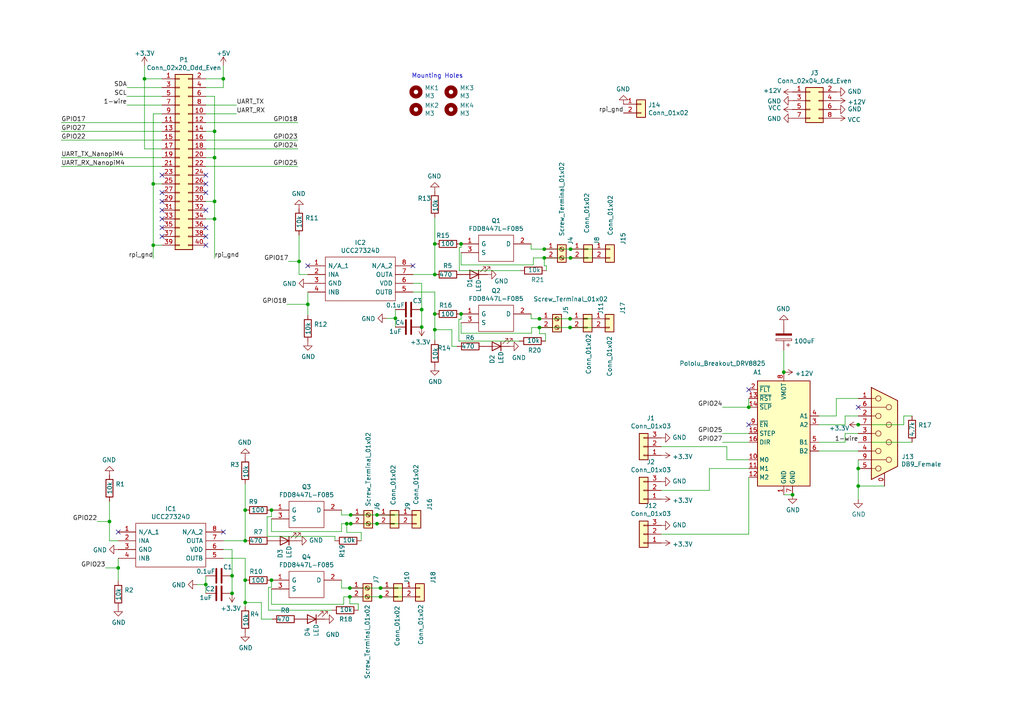
<source format=kicad_sch>
(kicad_sch (version 20230121) (generator eeschema)
  (paper "A4")
  (title_block (date "2020-10-30") (rev "3.0"))
  (lib_symbols
    (symbol "Connector:DE9_Receptacle_MountingHoles" (pin_names (offset 1.016) hide)
      (property "Reference" "J" (at 0 16.51 0))
      (property "Value" "DE9_Receptacle_MountingHoles" (at 0 14.605 0))
      (symbol "DE9_Receptacle_MountingHoles_1_1"
        (pin passive line (at 0 -15.24 90) (length 3.81) (name "PAD") (number "0"))
        (pin passive line (at -7.62 10.16 0) (length 3.81) (name "1") (number "1"))
        (pin passive line (at -7.62 5.08 0) (length 3.81) (name "2") (number "2"))
        (pin passive line (at -7.62 0 0) (length 3.81) (name "3") (number "3"))
        (pin passive line (at -7.62 -5.08 0) (length 3.81) (name "4") (number "4"))
        (pin passive line (at -7.62 -10.16 0) (length 3.81) (name "5") (number "5"))
        (pin passive line (at -7.62 7.62 0) (length 3.81) (name "6") (number "6"))
        (pin passive line (at -7.62 2.54 0) (length 3.81) (name "7") (number "7"))
        (pin passive line (at -7.62 -2.54 0) (length 3.81) (name "8") (number "8"))
        (pin passive line (at -7.62 -7.62 0) (length 3.81) (name "9") (number "9"))
      )
    )
    (symbol "Connector:Screw_Terminal_01x02" (pin_names (offset 1.016) hide)
      (property "Reference" "J" (at 0 2.54 0))
      (property "Value" "Screw_Terminal_01x02" (at 0 -5.08 0))
      (symbol "Screw_Terminal_01x02_1_1"
        (pin passive line (at -5.08 0 0) (length 3.81) (name "Pin_1") (number "1"))
        (pin passive line (at -5.08 -2.54 0) (length 3.81) (name "Pin_2") (number "2"))
      )
    )
    (symbol "Connector_Generic:Conn_01x02" (pin_names (offset 1.016) hide)
      (property "Reference" "J" (at 0 2.54 0))
      (property "Value" "Conn_01x02" (at 0 -5.08 0))
      (symbol "Conn_01x02_1_1"
        (pin passive line (at -5.08 0 0) (length 3.81) (name "Pin_1") (number "1"))
        (pin passive line (at -5.08 -2.54 0) (length 3.81) (name "Pin_2") (number "2"))
      )
    )
    (symbol "Connector_Generic:Conn_01x03" (pin_names (offset 1.016) hide)
      (property "Reference" "J" (at 0 5.08 0))
      (property "Value" "Conn_01x03" (at 0 -5.08 0))
      (symbol "Conn_01x03_1_1"
        (pin passive line (at -5.08 2.54 0) (length 3.81) (name "Pin_1") (number "1"))
        (pin passive line (at -5.08 0 0) (length 3.81) (name "Pin_2") (number "2"))
        (pin passive line (at -5.08 -2.54 0) (length 3.81) (name "Pin_3") (number "3"))
      )
    )
    (symbol "Connector_Generic:Conn_02x04_Odd_Even" (pin_names (offset 1.016) hide)
      (property "Reference" "J" (at 1.27 5.08 0))
      (property "Value" "Conn_02x04_Odd_Even" (at 1.27 -7.62 0))
      (symbol "Conn_02x04_Odd_Even_1_1"
        (pin passive line (at -5.08 2.54 0) (length 3.81) (name "Pin_1") (number "1"))
        (pin passive line (at 7.62 2.54 180) (length 3.81) (name "Pin_2") (number "2"))
        (pin passive line (at -5.08 0 0) (length 3.81) (name "Pin_3") (number "3"))
        (pin passive line (at 7.62 0 180) (length 3.81) (name "Pin_4") (number "4"))
        (pin passive line (at -5.08 -2.54 0) (length 3.81) (name "Pin_5") (number "5"))
        (pin passive line (at 7.62 -2.54 180) (length 3.81) (name "Pin_6") (number "6"))
        (pin passive line (at -5.08 -5.08 0) (length 3.81) (name "Pin_7") (number "7"))
        (pin passive line (at 7.62 -5.08 180) (length 3.81) (name "Pin_8") (number "8"))
      )
    )
    (symbol "Connector_Generic:Conn_02x20_Odd_Even" (pin_names (offset 1.016) hide)
      (property "Reference" "J" (at 1.27 25.4 0))
      (property "Value" "Conn_02x20_Odd_Even" (at 1.27 -27.94 0))
      (symbol "Conn_02x20_Odd_Even_1_1"
        (pin passive line (at -5.08 22.86 0) (length 3.81) (name "Pin_1") (number "1"))
        (pin passive line (at 7.62 12.7 180) (length 3.81) (name "Pin_10") (number "10"))
        (pin passive line (at -5.08 10.16 0) (length 3.81) (name "Pin_11") (number "11"))
        (pin passive line (at 7.62 10.16 180) (length 3.81) (name "Pin_12") (number "12"))
        (pin passive line (at -5.08 7.62 0) (length 3.81) (name "Pin_13") (number "13"))
        (pin passive line (at 7.62 7.62 180) (length 3.81) (name "Pin_14") (number "14"))
        (pin passive line (at -5.08 5.08 0) (length 3.81) (name "Pin_15") (number "15"))
        (pin passive line (at 7.62 5.08 180) (length 3.81) (name "Pin_16") (number "16"))
        (pin passive line (at -5.08 2.54 0) (length 3.81) (name "Pin_17") (number "17"))
        (pin passive line (at 7.62 2.54 180) (length 3.81) (name "Pin_18") (number "18"))
        (pin passive line (at -5.08 0 0) (length 3.81) (name "Pin_19") (number "19"))
        (pin passive line (at 7.62 22.86 180) (length 3.81) (name "Pin_2") (number "2"))
        (pin passive line (at 7.62 0 180) (length 3.81) (name "Pin_20") (number "20"))
        (pin passive line (at -5.08 -2.54 0) (length 3.81) (name "Pin_21") (number "21"))
        (pin passive line (at 7.62 -2.54 180) (length 3.81) (name "Pin_22") (number "22"))
        (pin passive line (at -5.08 -5.08 0) (length 3.81) (name "Pin_23") (number "23"))
        (pin passive line (at 7.62 -5.08 180) (length 3.81) (name "Pin_24") (number "24"))
        (pin passive line (at -5.08 -7.62 0) (length 3.81) (name "Pin_25") (number "25"))
        (pin passive line (at 7.62 -7.62 180) (length 3.81) (name "Pin_26") (number "26"))
        (pin passive line (at -5.08 -10.16 0) (length 3.81) (name "Pin_27") (number "27"))
        (pin passive line (at 7.62 -10.16 180) (length 3.81) (name "Pin_28") (number "28"))
        (pin passive line (at -5.08 -12.7 0) (length 3.81) (name "Pin_29") (number "29"))
        (pin passive line (at -5.08 20.32 0) (length 3.81) (name "Pin_3") (number "3"))
        (pin passive line (at 7.62 -12.7 180) (length 3.81) (name "Pin_30") (number "30"))
        (pin passive line (at -5.08 -15.24 0) (length 3.81) (name "Pin_31") (number "31"))
        (pin passive line (at 7.62 -15.24 180) (length 3.81) (name "Pin_32") (number "32"))
        (pin passive line (at -5.08 -17.78 0) (length 3.81) (name "Pin_33") (number "33"))
        (pin passive line (at 7.62 -17.78 180) (length 3.81) (name "Pin_34") (number "34"))
        (pin passive line (at -5.08 -20.32 0) (length 3.81) (name "Pin_35") (number "35"))
        (pin passive line (at 7.62 -20.32 180) (length 3.81) (name "Pin_36") (number "36"))
        (pin passive line (at -5.08 -22.86 0) (length 3.81) (name "Pin_37") (number "37"))
        (pin passive line (at 7.62 -22.86 180) (length 3.81) (name "Pin_38") (number "38"))
        (pin passive line (at -5.08 -25.4 0) (length 3.81) (name "Pin_39") (number "39"))
        (pin passive line (at 7.62 20.32 180) (length 3.81) (name "Pin_4") (number "4"))
        (pin passive line (at 7.62 -25.4 180) (length 3.81) (name "Pin_40") (number "40"))
        (pin passive line (at -5.08 17.78 0) (length 3.81) (name "Pin_5") (number "5"))
        (pin passive line (at 7.62 17.78 180) (length 3.81) (name "Pin_6") (number "6"))
        (pin passive line (at -5.08 15.24 0) (length 3.81) (name "Pin_7") (number "7"))
        (pin passive line (at 7.62 15.24 180) (length 3.81) (name "Pin_8") (number "8"))
        (pin passive line (at -5.08 12.7 0) (length 3.81) (name "Pin_9") (number "9"))
      )
    )
    (symbol "Device:C" (pin_numbers hide) (pin_names (offset 0.254))
      (property "Reference" "C" (at 0.635 2.54 0))
      (property "Value" "C" (at 0.635 -2.54 0))
      (symbol "C_1_1"
        (pin passive line (at 0 3.81 270) (length 2.794) (name "~") (number "1"))
        (pin passive line (at 0 -3.81 90) (length 2.794) (name "~") (number "2"))
      )
    )
    (symbol "Device:C_Polarized" (pin_numbers hide) (pin_names (offset 0.254))
      (property "Reference" "C" (at 0.635 2.54 0))
      (property "Value" "C_Polarized" (at 0.635 -2.54 0))
      (symbol "C_Polarized_1_1"
        (pin passive line (at 0 3.81 270) (length 2.794) (name "~") (number "1"))
        (pin passive line (at 0 -3.81 90) (length 2.794) (name "~") (number "2"))
      )
    )
    (symbol "Device:LED" (pin_numbers hide) (pin_names (offset 1.016) hide)
      (property "Reference" "D" (at 0 2.54 0))
      (property "Value" "LED" (at 0 -2.54 0))
      (symbol "LED_1_1"
        (pin passive line (at -3.81 0 0) (length 2.54) (name "K") (number "1"))
        (pin passive line (at 3.81 0 180) (length 2.54) (name "A") (number "2"))
      )
    )
    (symbol "Device:R" (pin_numbers hide) (pin_names (offset 0))
      (property "Reference" "R" (at 2.032 0 90))
      (property "Value" "R" (at 0 0 90))
      (symbol "R_1_1"
        (pin passive line (at 0 3.81 270) (length 1.27) (name "~") (number "1"))
        (pin passive line (at 0 -3.81 90) (length 1.27) (name "~") (number "2"))
      )
    )
    (symbol "Driver_Motor:Pololu_Breakout_DRV8825"
      (property "Reference" "A" (at -2.54 16.51 0))
      (property "Value" "Pololu_Breakout_DRV8825" (at -2.54 13.97 0))
      (symbol "Pololu_Breakout_DRV8825_1_1"
        (pin power_in line (at 0 -20.32 90) (length 2.54) (name "GND") (number "1"))
        (pin input line (at -10.16 -10.16 0) (length 2.54) (name "M0") (number "10"))
        (pin input line (at -10.16 -12.7 0) (length 2.54) (name "M1") (number "11"))
        (pin input line (at -10.16 -15.24 0) (length 2.54) (name "M2") (number "12"))
        (pin input line (at -10.16 7.62 0) (length 2.54) (name "~{RST}") (number "13"))
        (pin input line (at -10.16 5.08 0) (length 2.54) (name "~{SLP}") (number "14"))
        (pin input line (at -10.16 -2.54 0) (length 2.54) (name "STEP") (number "15"))
        (pin input line (at -10.16 -5.08 0) (length 2.54) (name "DIR") (number "16"))
        (pin output line (at -10.16 10.16 0) (length 2.54) (name "~{FLT}") (number "2"))
        (pin output line (at 10.16 0 180) (length 2.54) (name "A2") (number "3"))
        (pin output line (at 10.16 2.54 180) (length 2.54) (name "A1") (number "4"))
        (pin output line (at 10.16 -5.08 180) (length 2.54) (name "B1") (number "5"))
        (pin output line (at 10.16 -7.62 180) (length 2.54) (name "B2") (number "6"))
        (pin power_in line (at 2.54 -20.32 90) (length 2.54) (name "GND") (number "7"))
        (pin power_in line (at 0 15.24 270) (length 2.54) (name "VMOT") (number "8"))
        (pin input line (at -10.16 0 0) (length 2.54) (name "~{EN}") (number "9"))
      )
    )
    (symbol "FDD8447L-F085:FDD8447L-F085" (pin_names (offset 0.762))
      (property "Reference" "Q" (at 16.51 7.62 0))
      (property "Value" "FDD8447L-F085" (at 16.51 5.08 0))
      (symbol "FDD8447L-F085_0_0"
        (pin unspecified line (at 0 0 0) (length 5.08) (name "G") (number "1"))
        (pin unspecified line (at 20.32 0 180) (length 5.08) (name "D") (number "2"))
        (pin unspecified line (at 0 -2.54 0) (length 5.08) (name "S") (number "3"))
      )
    )
    (symbol "UCC27324D:UCC27324D" (pin_names (offset 0.762))
      (property "Reference" "IC" (at 26.67 7.62 0))
      (property "Value" "UCC27324D" (at 26.67 5.08 0))
      (symbol "UCC27324D_0_0"
        (pin unspecified line (at 0 0 0) (length 5.08) (name "N/A_1") (number "1"))
        (pin unspecified line (at 0 -2.54 0) (length 5.08) (name "INA") (number "2"))
        (pin unspecified line (at 0 -5.08 0) (length 5.08) (name "GND") (number "3"))
        (pin unspecified line (at 0 -7.62 0) (length 5.08) (name "INB") (number "4"))
        (pin unspecified line (at 30.48 -7.62 180) (length 5.08) (name "OUTB") (number "5"))
        (pin unspecified line (at 30.48 -5.08 180) (length 5.08) (name "VDD") (number "6"))
        (pin unspecified line (at 30.48 -2.54 180) (length 5.08) (name "OUTA") (number "7"))
        (pin unspecified line (at 30.48 0 180) (length 5.08) (name "N/A_2") (number "8"))
      )
    )
    (symbol "power:+12V" (power) (pin_names (offset 0))
      (property "Value" "+12V" (at 0 3.556 0))
      (symbol "+12V_1_1"
        (pin power_in line (at 0 0 90) (length 0) hide (name "+12V") (number "1"))
      )
    )
    (symbol "power:+3.3V" (power) (pin_names (offset 0))
      (property "Value" "+3.3V" (at 0 3.556 0))
      (symbol "+3.3V_1_1"
        (pin power_in line (at 0 0 90) (length 0) hide (name "+3.3V") (number "1"))
      )
    )
    (symbol "power:+5V" (power) (pin_names (offset 0))
      (property "Value" "+5V" (at 0 3.556 0))
      (symbol "+5V_1_1"
        (pin power_in line (at 0 0 90) (length 0) hide (name "+5V") (number "1"))
      )
    )
    (symbol "power:GND" (power) (pin_names (offset 0))
      (property "Value" "GND" (at 0 -3.81 0))
      (symbol "GND_1_1"
        (pin power_in line (at 0 0 270) (length 0) hide (name "GND") (number "1"))
      )
    )
    (symbol "power:VCC" (power) (pin_names (offset 0))
      (property "Value" "VCC" (at 0 3.81 0))
      (symbol "VCC_1_1"
        (pin power_in line (at 0 0 90) (length 0) hide (name "VCC") (number "1"))
      )
    )
    (symbol "relais_hat-rescue:Mounting_Hole-Mechanical-alim_hate-rescue" (pin_names (offset 1.016))
      (property "Reference" "MK" (at 0 5.08 0))
      (property "Value" "Mounting_Hole-Mechanical-alim_hate-rescue" (at 0 3.175 0))
    )
  )
  (junction (at 44.45 71.12))
  (junction (at 248.92 135.89))
  (junction (at 227.33 107.95))
  (junction (at 59.69 169.545))
  (junction (at 110.363 170.561))
  (junction (at 62.23 63.5))
  (junction (at 71.12 168.275))
  (junction (at 133.731 91.059))
  (junction (at 110.363 173.101))
  (junction (at 64.77 22.86))
  (junction (at 157.861 72.263))
  (junction (at 41.91 22.86))
  (junction (at 67.31 172.085))
  (junction (at 101.473 173.101))
  (junction (at 217.17 118.11))
  (junction (at 156.464 92.456))
  (junction (at 126.111 95.631))
  (junction (at 62.23 45.72))
  (junction (at 62.23 58.42))
  (junction (at 101.473 170.561))
  (junction (at 71.12 147.955))
  (junction (at 67.31 167.005))
  (junction (at 114.681 92.329))
  (junction (at 78.74 168.275))
  (junction (at 165.481 74.803))
  (junction (at 133.731 70.739))
  (junction (at 71.12 156.845))
  (junction (at 248.92 140.97))
  (junction (at 229.87 143.51))
  (junction (at 248.92 123.19))
  (junction (at 126.111 70.739))
  (junction (at 126.111 79.629))
  (junction (at 101.727 151.892))
  (junction (at 122.301 89.789))
  (junction (at 109.347 149.352))
  (junction (at 122.301 94.869))
  (junction (at 165.354 92.456))
  (junction (at 109.347 151.892))
  (junction (at 165.354 94.996))
  (junction (at 44.45 53.34))
  (junction (at 31.75 151.257))
  (junction (at 126.111 91.059))
  (junction (at 71.12 174.752))
  (junction (at 86.741 75.819))
  (junction (at 34.29 164.719))
  (junction (at 165.481 72.263))
  (junction (at 62.23 38.1))
  (junction (at 100.584 151.892))
  (junction (at 78.74 147.955))
  (junction (at 89.281 88.265))
  (junction (at 101.727 149.352))
  (junction (at 157.861 74.803))
  (junction (at 156.464 94.996))
  (no_connect (at 119.761 77.089))
  (no_connect (at 46.99 50.8))
  (no_connect (at 59.69 71.12))
  (no_connect (at 248.92 118.11))
  (no_connect (at 34.29 154.305))
  (no_connect (at 89.281 77.089))
  (no_connect (at 46.99 60.96))
  (no_connect (at 59.69 68.58))
  (no_connect (at 64.77 154.305))
  (no_connect (at 217.17 123.19))
  (no_connect (at 46.99 58.42))
  (no_connect (at 217.17 113.03))
  (no_connect (at 59.69 50.8))
  (no_connect (at 59.69 66.04))
  (no_connect (at 46.99 63.5))
  (no_connect (at 46.99 66.04))
  (no_connect (at 59.69 53.34))
  (no_connect (at 46.99 55.88))
  (no_connect (at 46.99 68.58))
  (no_connect (at 59.69 60.96))
  (no_connect (at 59.69 55.88))
  (wire (pts (xy 210.82 129.54) (xy 210.82 133.35)))
  (wire (pts (xy 245.11 123.19) (xy 245.11 120.65)))
  (wire (pts (xy 71.12 174.752) (xy 71.12 168.275)))
  (wire (pts (xy 99.06 170.561) (xy 101.473 170.561)))
  (wire (pts (xy 89.281 79.629) (xy 86.741 79.629)))
  (wire (pts (xy 64.77 25.4) (xy 59.69 25.4)))
  (wire (pts (xy 126.111 98.679) (xy 126.111 95.631)))
  (wire (pts (xy 165.481 72.263) (xy 171.831 72.263)))
  (wire (pts (xy 248.92 140.97) (xy 256.54 140.97)))
  (wire (pts (xy 242.57 120.65) (xy 242.57 115.57)))
  (wire (pts (xy 59.69 43.18) (xy 86.36 43.18)))
  (wire (pts (xy 205.74 142.24) (xy 205.74 135.89)))
  (wire (pts (xy 227.33 143.51) (xy 229.87 143.51)))
  (wire (pts (xy 78.74 150.495) (xy 78.74 154.178)))
  (wire (pts (xy 75.819 179.578) (xy 78.994 179.578)))
  (wire (pts (xy 62.23 63.5) (xy 59.69 63.5)))
  (wire (pts (xy 165.354 92.456) (xy 171.704 92.456)))
  (wire (pts (xy 165.481 74.803) (xy 171.831 74.803)))
  (wire (pts (xy 59.69 35.56) (xy 86.36 35.56)))
  (wire (pts (xy 210.82 133.35) (xy 217.17 133.35)))
  (wire (pts (xy 245.11 125.73) (xy 248.92 125.73)))
  (wire (pts (xy 34.29 156.845) (xy 31.75 156.845)))
  (wire (pts (xy 44.45 53.34) (xy 44.45 71.12)))
  (wire (pts (xy 78.74 154.178) (xy 99.06 154.178)))
  (wire (pts (xy 191.77 154.94) (xy 217.17 154.94)))
  (wire (pts (xy 133.096 98.933) (xy 133.096 92.583)))
  (wire (pts (xy 245.11 128.27) (xy 245.11 125.73)))
  (wire (pts (xy 237.49 123.19) (xy 245.11 123.19)))
  (wire (pts (xy 126.111 79.629) (xy 126.111 70.739)))
  (wire (pts (xy 156.464 96.774) (xy 158.242 96.774)))
  (wire (pts (xy 154.051 70.739) (xy 154.051 72.263)))
  (wire (pts (xy 133.731 71.755) (xy 133.731 70.739)))
  (wire (pts (xy 131.064 100.457) (xy 132.588 100.457)))
  (wire (pts (xy 101.727 151.892) (xy 109.347 151.892)))
  (wire (pts (xy 99.06 151.892) (xy 99.06 154.178)))
  (wire (pts (xy 217.17 115.57) (xy 217.17 118.11)))
  (wire (pts (xy 77.47 149.86) (xy 77.47 155.575)))
  (wire (pts (xy 89.281 88.265) (xy 89.281 91.44)))
  (wire (pts (xy 34.29 164.719) (xy 34.29 168.529)))
  (wire (pts (xy 157.861 77.089) (xy 158.496 77.089)))
  (wire (pts (xy 44.45 71.12) (xy 44.45 74.93)))
  (wire (pts (xy 17.78 38.1) (xy 46.99 38.1)))
  (wire (pts (xy 64.77 22.86) (xy 59.69 22.86)))
  (wire (pts (xy 248.92 144.78) (xy 248.92 140.97)))
  (wire (pts (xy 114.681 92.329) (xy 112.141 92.329)))
  (wire (pts (xy 71.12 174.752) (xy 75.819 174.752)))
  (wire (pts (xy 133.731 96.647) (xy 154.178 96.647)))
  (wire (pts (xy 71.12 175.895) (xy 71.12 174.752)))
  (wire (pts (xy 248.92 140.97) (xy 248.92 135.89)))
  (wire (pts (xy 99.06 147.955) (xy 99.06 149.352)))
  (wire (pts (xy 237.49 130.81) (xy 248.92 130.81)))
  (wire (pts (xy 157.861 74.803) (xy 165.481 74.803)))
  (wire (pts (xy 217.17 118.11) (xy 209.55 118.11)))
  (wire (pts (xy 31.75 145.415) (xy 31.75 151.257)))
  (wire (pts (xy 154.051 72.263) (xy 157.861 72.263)))
  (wire (pts (xy 78.74 175.26) (xy 99.695 175.26)))
  (wire (pts (xy 119.761 82.169) (xy 122.301 82.169)))
  (wire (pts (xy 44.45 33.02) (xy 46.99 33.02)))
  (wire (pts (xy 101.473 173.101) (xy 101.473 175.133)))
  (wire (pts (xy 89.281 84.709) (xy 89.281 88.265)))
  (wire (pts (xy 41.91 22.86) (xy 46.99 22.86)))
  (wire (pts (xy 150.622 98.933) (xy 133.096 98.933)))
  (wire (pts (xy 44.45 53.34) (xy 46.99 53.34)))
  (wire (pts (xy 165.354 94.996) (xy 171.704 94.996)))
  (wire (pts (xy 248.92 128.27) (xy 264.541 128.27)))
  (wire (pts (xy 101.473 170.561) (xy 110.363 170.561)))
  (wire (pts (xy 262.128 123.19) (xy 262.128 120.65)))
  (wire (pts (xy 101.727 149.352) (xy 109.347 149.352)))
  (wire (pts (xy 157.861 74.803) (xy 157.861 77.089)))
  (wire (pts (xy 126.111 95.631) (xy 131.064 95.631)))
  (wire (pts (xy 104.775 154.432) (xy 104.775 156.845)))
  (wire (pts (xy 101.473 173.101) (xy 110.363 173.101)))
  (wire (pts (xy 89.281 88.265) (xy 83.185 88.265)))
  (wire (pts (xy 62.23 45.72) (xy 62.23 58.42)))
  (wire (pts (xy 36.83 27.94) (xy 46.99 27.94)))
  (wire (pts (xy 126.111 63.119) (xy 126.111 70.739)))
  (wire (pts (xy 59.69 40.64) (xy 86.36 40.64)))
  (wire (pts (xy 131.064 95.631) (xy 131.064 100.457)))
  (wire (pts (xy 133.731 92.583) (xy 133.731 91.059)))
  (wire (pts (xy 62.23 58.42) (xy 59.69 58.42)))
  (wire (pts (xy 154.178 96.647) (xy 154.178 94.996)))
  (wire (pts (xy 67.31 167.005) (xy 67.31 172.085)))
  (wire (pts (xy 99.695 173.101) (xy 99.695 175.26)))
  (wire (pts (xy 71.12 156.845) (xy 71.12 147.955)))
  (wire (pts (xy 78.74 170.815) (xy 78.74 175.26)))
  (wire (pts (xy 83.693 75.819) (xy 86.741 75.819)))
  (wire (pts (xy 227.33 101.6) (xy 227.33 107.95)))
  (wire (pts (xy 115.697 151.892) (xy 109.347 151.892)))
  (wire (pts (xy 126.111 84.709) (xy 126.111 91.059)))
  (wire (pts (xy 34.29 164.719) (xy 30.607 164.719)))
  (wire (pts (xy 126.111 95.631) (xy 126.111 91.059)))
  (wire (pts (xy 59.69 33.02) (xy 68.58 33.02)))
  (wire (pts (xy 116.713 173.101) (xy 110.363 173.101)))
  (wire (pts (xy 78.74 147.955) (xy 78.74 149.86)))
  (wire (pts (xy 77.47 155.575) (xy 97.155 155.575)))
  (wire (pts (xy 64.77 156.845) (xy 71.12 156.845)))
  (wire (pts (xy 248.92 123.19) (xy 262.128 123.19)))
  (wire (pts (xy 59.69 169.545) (xy 57.15 169.545)))
  (wire (pts (xy 59.69 48.26) (xy 86.36 48.26)))
  (wire (pts (xy 77.8764 170.3832) (xy 78.74 170.3832)))
  (wire (pts (xy 100.584 154.432) (xy 104.775 154.432)))
  (wire (pts (xy 133.096 92.583) (xy 133.731 92.583)))
  (wire (pts (xy 67.31 159.385) (xy 67.31 167.005)))
  (wire (pts (xy 114.681 94.869) (xy 114.681 92.329)))
  (wire (pts (xy 217.17 154.94) (xy 217.17 138.43)))
  (wire (pts (xy 44.45 33.02) (xy 44.45 53.34)))
  (wire (pts (xy 100.584 151.892) (xy 100.584 154.432)))
  (wire (pts (xy 154.051 91.059) (xy 154.051 92.456)))
  (wire (pts (xy 41.91 22.86) (xy 41.91 43.18)))
  (wire (pts (xy 217.17 125.73) (xy 209.55 125.73)))
  (wire (pts (xy 31.75 151.257) (xy 31.75 156.845)))
  (wire (pts (xy 99.06 149.352) (xy 101.727 149.352)))
  (wire (pts (xy 62.23 38.1) (xy 62.23 45.72)))
  (wire (pts (xy 86.741 68.199) (xy 86.741 75.819)))
  (wire (pts (xy 34.29 161.925) (xy 34.29 164.719)))
  (wire (pts (xy 64.77 161.925) (xy 71.12 161.925)))
  (wire (pts (xy 71.12 161.925) (xy 71.12 168.275)))
  (wire (pts (xy 44.45 71.12) (xy 46.99 71.12)))
  (wire (pts (xy 59.69 30.48) (xy 68.58 30.48)))
  (wire (pts (xy 103.9114 175.133) (xy 103.9114 176.9872)))
  (wire (pts (xy 46.99 35.56) (xy 17.78 35.56)))
  (wire (pts (xy 99.06 168.275) (xy 99.06 170.561)))
  (wire (pts (xy 41.91 19.05) (xy 41.91 22.86)))
  (wire (pts (xy 133.731 93.599) (xy 133.731 96.647)))
  (wire (pts (xy 156.464 94.996) (xy 156.464 96.774)))
  (wire (pts (xy 59.69 172.085) (xy 59.69 169.545)))
  (wire (pts (xy 133.731 73.279) (xy 133.731 76.835)))
  (wire (pts (xy 119.761 84.709) (xy 126.111 84.709)))
  (wire (pts (xy 245.11 120.65) (xy 248.92 120.65)))
  (wire (pts (xy 59.69 167.005) (xy 59.69 169.545)))
  (wire (pts (xy 62.23 45.72) (xy 59.69 45.72)))
  (wire (pts (xy 101.727 151.892) (xy 100.584 151.892)))
  (wire (pts (xy 191.77 142.24) (xy 205.74 142.24)))
  (wire (pts (xy 158.242 96.774) (xy 158.242 98.933)))
  (wire (pts (xy 122.301 82.169) (xy 122.301 89.789)))
  (wire (pts (xy 17.78 40.64) (xy 46.99 40.64)))
  (wire (pts (xy 101.473 175.133) (xy 103.9114 175.133)))
  (wire (pts (xy 154.178 94.996) (xy 156.464 94.996)))
  (wire (pts (xy 109.347 149.352) (xy 115.697 149.352)))
  (wire (pts (xy 156.464 92.456) (xy 165.354 92.456)))
  (wire (pts (xy 205.74 135.89) (xy 217.17 135.89)))
  (wire (pts (xy 133.223 78.486) (xy 133.223 71.755)))
  (wire (pts (xy 78.74 170.3832) (xy 78.74 168.275)))
  (wire (pts (xy 191.77 129.54) (xy 210.82 129.54)))
  (wire (pts (xy 62.23 63.5) (xy 62.23 74.93)))
  (wire (pts (xy 156.464 94.996) (xy 165.354 94.996)))
  (wire (pts (xy 46.99 25.4) (xy 36.83 25.4)))
  (wire (pts (xy 119.761 79.629) (xy 126.111 79.629)))
  (wire (pts (xy 101.473 173.101) (xy 99.695 173.101)))
  (wire (pts (xy 157.861 72.263) (xy 165.481 72.263)))
  (wire (pts (xy 46.99 30.48) (xy 36.83 30.48)))
  (wire (pts (xy 133.223 71.755) (xy 133.731 71.755)))
  (wire (pts (xy 122.301 89.789) (xy 122.301 94.869)))
  (wire (pts (xy 100.584 151.892) (xy 99.06 151.892)))
  (wire (pts (xy 248.92 133.35) (xy 248.92 135.89)))
  (wire (pts (xy 62.23 27.94) (xy 59.69 27.94)))
  (wire (pts (xy 46.99 48.26) (xy 17.78 48.26)))
  (wire (pts (xy 71.12 140.335) (xy 71.12 147.955)))
  (wire (pts (xy 154.051 92.456) (xy 156.464 92.456)))
  (wire (pts (xy 41.91 43.18) (xy 46.99 43.18)))
  (wire (pts (xy 158.496 77.089) (xy 158.496 78.486)))
  (wire (pts (xy 62.23 38.1) (xy 59.69 38.1)))
  (wire (pts (xy 154.686 74.803) (xy 154.686 76.835)))
  (wire (pts (xy 64.77 19.05) (xy 64.77 22.86)))
  (wire (pts (xy 262.128 120.65) (xy 264.541 120.65)))
  (wire (pts (xy 116.713 170.561) (xy 110.363 170.561)))
  (wire (pts (xy 64.77 22.86) (xy 64.77 25.4)))
  (wire (pts (xy 133.731 76.835) (xy 154.686 76.835)))
  (wire (pts (xy 114.681 89.789) (xy 114.681 92.329)))
  (wire (pts (xy 237.49 120.65) (xy 242.57 120.65)))
  (wire (pts (xy 97.155 155.575) (xy 97.155 156.845)))
  (wire (pts (xy 46.99 45.72) (xy 17.78 45.72)))
  (wire (pts (xy 78.74 149.86) (xy 77.47 149.86)))
  (wire (pts (xy 62.23 27.94) (xy 62.23 38.1)))
  (wire (pts (xy 86.741 75.819) (xy 86.741 79.629)))
  (wire (pts (xy 154.686 74.803) (xy 157.861 74.803)))
  (wire (pts (xy 31.75 151.257) (xy 28.194 151.257)))
  (wire (pts (xy 96.2914 176.9872) (xy 77.8764 176.9872)))
  (wire (pts (xy 64.77 159.385) (xy 67.31 159.385)))
  (wire (pts (xy 217.17 128.27) (xy 209.55 128.27)))
  (wire (pts (xy 150.876 78.486) (xy 133.223 78.486)))
  (wire (pts (xy 62.23 58.42) (xy 62.23 63.5)))
  (wire (pts (xy 242.57 115.57) (xy 248.92 115.57)))
  (wire (pts (xy 237.49 128.27) (xy 245.11 128.27)))
  (wire (pts (xy 77.8764 176.9872) (xy 77.8764 170.3832)))
  (wire (pts (xy 75.819 174.752) (xy 75.819 179.578)))
  (text "Mounting Holes" (at 119.38 22.86 0) (effects (font (size 1.27 1.27)) (justify left bottom)))
  (label "rpi_gnd" (at 180.848 32.766 180))
  (label "GPIO18" (at 83.185 88.265 180))
  (label "GPIO27" (at 17.78 38.1 0))
  (label "GPIO25" (at 86.36 48.26 180))
  (label "GPIO23" (at 30.607 164.719 180))
  (label "rpi_gnd" (at 62.23 74.93 0))
  (label "GPIO17" (at 83.693 75.819 180))
  (label "UART_RX" (at 68.58 33.02 0))
  (label "GPIO25" (at 209.55 125.73 180))
  (label "GPIO24" (at 86.36 43.18 180))
  (label "GPIO18" (at 86.36 35.56 180))
  (label "1-wire" (at 36.83 30.48 180))
  (label "GPIO22" (at 17.78 40.64 0))
  (label "rpi_gnd" (at 44.45 74.93 180))
  (label "SDA" (at 36.83 25.4 180))
  (label "UART_RX_NanopiM4" (at 17.78 48.26 0))
  (label "GPIO24" (at 209.55 118.11 180))
  (label "GPIO27" (at 209.55 128.27 180))
  (label "GPIO23" (at 86.36 40.64 180))
  (label "1-wire" (at 248.92 128.27 180))
  (label "UART_TX" (at 68.58 30.48 0))
  (label "GPIO17" (at 17.78 35.56 0))
  (label "GPIO22" (at 28.194 151.257 180))
  (label "UART_TX_NanopiM4" (at 17.78 45.72 0))
  (label "SCL" (at 36.83 27.94 180))
  (symbol (lib_id "power:+5V") (at 64.77 19.05 0) (unit 1)
    (property "Reference" "#PWR01" (effects hide))
    (property "Value" "+5V" (at 64.77 15.494 0))
  )
  (symbol (lib_id "power:+3.3V") (at 41.91 19.05 0) (unit 1)
    (property "Reference" "#PWR04" (effects hide))
    (property "Value" "+3.3V" (at 41.91 15.494 0))
  )
  (symbol (lib_id "relais_hat-rescue:Mounting_Hole-Mechanical-alim_hate-rescue") (at 120.65 26.67 0) (unit 1)
    (property "Reference" "MK1" (at 123.19 25.5016 0) (effects (justify left)))
    (property "Value" "M3" (at 123.19 27.813 0) (effects (justify left)))
    (property "Footprint" "MountingHole:MountingHole_2.7mm_M2.5" (effects hide))
  )
  (symbol (lib_id "relais_hat-rescue:Mounting_Hole-Mechanical-alim_hate-rescue") (at 130.81 26.67 0) (unit 1)
    (property "Reference" "MK3" (at 133.35 25.5016 0) (effects (justify left)))
    (property "Value" "M3" (at 133.35 27.813 0) (effects (justify left)))
    (property "Footprint" "MountingHole:MountingHole_2.7mm_M2.5" (effects hide))
  )
  (symbol (lib_id "relais_hat-rescue:Mounting_Hole-Mechanical-alim_hate-rescue") (at 120.65 31.75 0) (unit 1)
    (property "Reference" "MK2" (at 123.19 30.5816 0) (effects (justify left)))
    (property "Value" "M3" (at 123.19 32.893 0) (effects (justify left)))
    (property "Footprint" "MountingHole:MountingHole_2.7mm_M2.5" (effects hide))
  )
  (symbol (lib_id "relais_hat-rescue:Mounting_Hole-Mechanical-alim_hate-rescue") (at 130.81 31.75 0) (unit 1)
    (property "Reference" "MK4" (at 133.35 30.5816 0) (effects (justify left)))
    (property "Value" "M3" (at 133.35 32.893 0) (effects (justify left)))
    (property "Footprint" "MountingHole:MountingHole_2.7mm_M2.5" (effects hide))
  )
  (symbol (lib_id "Connector_Generic:Conn_02x20_Odd_Even") (at 52.07 45.72 0) (unit 1)
    (property "Reference" "P1" (at 53.34 17.3482 0))
    (property "Value" "Conn_02x20_Odd_Even" (at 53.34 19.6596 0))
    (property "Footprint" "Connector_PinSocket_2.54mm:PinSocket_2x20_P2.54mm_Vertical" (effects hide))
  )
  (symbol (lib_id "Connector_Generic:Conn_01x02") (at 114.427 149.352 0) (unit 1)
    (property "Reference" "J9" (at 118.237 148.082 90) (effects (justify left)))
    (property "Value" "Conn_01x02" (at 114.046 146.558 90) (effects (justify left)))
    (property "Footprint" "Connector_PinHeader_2.54mm:PinHeader_1x02_P2.54mm_Vertical" (effects hide))
  )
  (symbol (lib_id "Connector_Generic:Conn_01x02") (at 170.561 72.263 0) (unit 1)
    (property "Reference" "J8" (at 173.101 70.993 90) (effects (justify left)))
    (property "Value" "Conn_01x02" (at 170.18 67.691 90) (effects (justify left)))
    (property "Footprint" "Connector_PinHeader_2.54mm:PinHeader_1x02_P2.54mm_Vertical" (effects hide))
  )
  (symbol (lib_id "Connector_Generic:Conn_01x02") (at 115.443 170.561 0) (unit 1)
    (property "Reference" "J10" (at 117.983 169.291 90) (effects (justify left)))
    (property "Value" "Conn_01x02" (at 115.189 187.452 90) (effects (justify left)))
    (property "Footprint" "Connector_PinHeader_2.54mm:PinHeader_1x02_P2.54mm_Vertical" (effects hide))
  )
  (symbol (lib_id "Connector_Generic:Conn_01x02") (at 170.434 92.456 0) (unit 1)
    (property "Reference" "J11" (at 174.244 91.186 90) (effects (justify left)))
    (property "Value" "Conn_01x02" (at 170.688 108.585 90) (effects (justify left)))
    (property "Footprint" "Connector_PinHeader_2.54mm:PinHeader_1x02_P2.54mm_Vertical" (effects hide))
  )
  (symbol (lib_id "power:+12V") (at 229.87 26.67 90) (unit 1)
    (property "Reference" "#PWR0106" (effects hide))
    (property "Value" "+12V" (at 226.6188 26.289 90) (effects (justify left)))
  )
  (symbol (lib_id "power:GND") (at 229.87 29.21 270) (unit 1)
    (property "Reference" "#PWR0107" (effects hide))
    (property "Value" "GND" (at 226.6188 29.337 90) (effects (justify right)))
  )
  (symbol (lib_id "power:GND") (at 242.57 26.67 90) (unit 1)
    (property "Reference" "#PWR0108" (effects hide))
    (property "Value" "GND" (at 245.8212 26.543 90) (effects (justify right)))
  )
  (symbol (lib_id "power:+12V") (at 242.57 29.21 270) (unit 1)
    (property "Reference" "#PWR0109" (effects hide))
    (property "Value" "+12V" (at 245.8212 29.591 90) (effects (justify left)))
  )
  (symbol (lib_id "Connector_Generic:Conn_02x04_Odd_Even") (at 234.95 29.21 0) (unit 1)
    (property "Reference" "J3" (at 236.22 21.1582 0))
    (property "Value" "Conn_02x04_Odd_Even" (at 236.22 23.4696 0))
    (property "Footprint" "Connector_PinHeader_2.54mm:PinHeader_2x04_P2.54mm_Vertical" (effects hide))
  )
  (symbol (lib_id "power:VCC") (at 229.87 31.75 90) (unit 1)
    (property "Reference" "#PWR0117" (effects hide))
    (property "Value" "VCC" (at 226.6442 31.2928 90) (effects (justify left)))
  )
  (symbol (lib_id "power:GND") (at 242.57 31.75 90) (unit 1)
    (property "Reference" "#PWR0118" (effects hide))
    (property "Value" "GND" (at 245.8212 31.623 90) (effects (justify right)))
  )
  (symbol (lib_id "power:GND") (at 229.87 34.29 270) (unit 1)
    (property "Reference" "#PWR0119" (effects hide))
    (property "Value" "GND" (at 226.6188 34.417 90) (effects (justify right)))
  )
  (symbol (lib_id "power:VCC") (at 242.57 34.29 270) (unit 1)
    (property "Reference" "#PWR0120" (effects hide))
    (property "Value" "VCC" (at 245.8212 34.7218 90) (effects (justify left)))
  )
  (symbol (lib_id "Driver_Motor:Pololu_Breakout_DRV8825") (at 227.33 123.19 0) (unit 1)
    (property "Reference" "A1" (at 219.71 107.95 0))
    (property "Value" "Pololu_Breakout_DRV8825" (at 209.55 105.41 0))
    (property "Footprint" "Module:Pololu_Breakout-16_15.2x20.3mm" (effects hide))
    (property "Datasheet" "https://www.pololu.com/product/2982" (effects hide))
  )
  (symbol (lib_id "Connector:Screw_Terminal_01x02") (at 161.544 92.456 0) (unit 1)
    (property "Reference" "J5" (at 164.084 91.186 90) (effects (justify left)))
    (property "Value" "Screw_Terminal_01x02" (at 154.686 86.741 0) (effects (justify left)))
    (property "Footprint" "TerminalBlock:TerminalBlock_bornier-2_P5.08mm" (effects hide))
  )
  (symbol (lib_id "Connector_Generic:Conn_01x02") (at 185.928 30.226 0) (unit 1)
    (property "Reference" "J14" (at 187.96 30.4292 0) (effects (justify left)))
    (property "Value" "Conn_01x02" (at 187.96 32.7406 0) (effects (justify left)))
    (property "Footprint" "Connector_PinHeader_2.54mm:PinHeader_1x02_P2.54mm_Vertical" (effects hide))
  )
  (symbol (lib_id "power:GND") (at 180.848 30.226 180) (unit 1)
    (property "Reference" "#PWR0131" (effects hide))
    (property "Value" "GND" (at 180.721 25.8318 0))
  )
  (symbol (lib_id "Device:LED") (at 144.018 100.457 180) (unit 1)
    (property "Reference" "D2" (at 142.748 105.537 90) (effects (justify right)))
    (property "Value" "LED" (at 145.288 105.537 90) (effects (justify right)))
    (property "Footprint" "LED_SMD:LED_0805_2012Metric" (effects hide))
    (property "LCSC" "C84256" (effects hide))
  )
  (symbol (lib_id "Device:R") (at 136.398 100.457 90) (unit 1)
    (property "Reference" "R6" (at 137.668 97.917 90) (effects (justify left)))
    (property "Value" "470" (at 137.668 100.457 90) (effects (justify left)))
    (property "Footprint" "Resistor_SMD:R_0805_2012Metric" (effects hide))
    (property "LCSC" "C17710" (effects hide))
  )
  (symbol (lib_id "Connector:Screw_Terminal_01x02") (at 106.807 149.352 0) (unit 1)
    (property "Reference" "J6" (at 109.347 148.082 90) (effects (justify left)))
    (property "Value" "Screw_Terminal_01x02" (at 106.807 146.939 90) (effects (justify left)))
    (property "Footprint" "TerminalBlock:TerminalBlock_bornier-2_P5.08mm" (effects hide))
  )
  (symbol (lib_id "Device:LED") (at 82.55 156.845 180) (unit 1)
    (property "Reference" "D3" (at 81.28 161.925 90) (effects (justify right)))
    (property "Value" "LED" (at 83.82 161.925 90) (effects (justify right)))
    (property "Footprint" "LED_SMD:LED_0805_2012Metric" (effects hide))
    (property "LCSC" "C84256" (effects hide))
  )
  (symbol (lib_id "Device:R") (at 74.93 156.845 90) (unit 1)
    (property "Reference" "R7" (at 76.2 154.305 90) (effects (justify left)))
    (property "Value" "470" (at 76.2 156.845 90) (effects (justify left)))
    (property "Footprint" "Resistor_SMD:R_0805_2012Metric" (effects hide))
    (property "LCSC" "C17710" (effects hide))
  )
  (symbol (lib_id "Connector:Screw_Terminal_01x02") (at 162.941 72.263 0) (unit 1)
    (property "Reference" "J4" (at 165.481 70.993 90) (effects (justify left)))
    (property "Value" "Screw_Terminal_01x02" (at 162.941 68.58 90) (effects (justify left)))
    (property "Footprint" "TerminalBlock:TerminalBlock_bornier-2_P5.08mm" (effects hide))
  )
  (symbol (lib_id "Device:LED") (at 137.541 79.629 180) (unit 1)
    (property "Reference" "D1" (at 136.271 83.439 90) (effects (justify right)))
    (property "Value" "LED" (at 138.811 84.709 90) (effects (justify right)))
    (property "Footprint" "LED_SMD:LED_0805_2012Metric" (effects hide))
    (property "LCSC" "C84256" (effects hide))
  )
  (symbol (lib_id "Device:R") (at 129.921 79.629 90) (unit 1)
    (property "Reference" "R5" (at 131.191 77.089 90) (effects (justify left)))
    (property "Value" "470" (at 131.191 79.629 90) (effects (justify left)))
    (property "Footprint" "Resistor_SMD:R_0805_2012Metric" (effects hide))
    (property "LCSC" "C17710" (effects hide))
  )
  (symbol (lib_id "Connector:Screw_Terminal_01x02") (at 106.553 170.561 0) (unit 1)
    (property "Reference" "J7" (at 109.093 169.291 90) (effects (justify left)))
    (property "Value" "Screw_Terminal_01x02" (at 106.553 196.977 90) (effects (justify left)))
    (property "Footprint" "TerminalBlock:TerminalBlock_bornier-2_P5.08mm" (effects hide))
  )
  (symbol (lib_id "Device:LED") (at 90.424 179.578 180) (unit 1)
    (property "Reference" "D4" (at 89.154 184.658 90) (effects (justify right)))
    (property "Value" "LED" (at 91.694 184.658 90) (effects (justify right)))
    (property "Footprint" "LED_SMD:LED_0805_2012Metric" (effects hide))
    (property "LCSC" "C84256" (effects hide))
  )
  (symbol (lib_id "Device:R") (at 82.804 179.578 90) (unit 1)
    (property "Reference" "R8" (at 84.074 177.038 90) (effects (justify left)))
    (property "Value" "470" (at 84.074 179.578 90) (effects (justify left)))
    (property "Footprint" "Resistor_SMD:R_0805_2012Metric" (effects hide))
    (property "LCSC" "C17710" (effects hide))
  )
  (symbol (lib_id "Connector:DE9_Receptacle_MountingHoles") (at 256.54 125.73 0) (unit 1)
    (property "Reference" "J13" (at 261.493 132.461 0) (effects (justify left)))
    (property "Value" "DB9_Female" (at 261.366 134.62 0) (effects (justify left)))
    (property "Footprint" "Connector_Dsub:DSUB-9_Female_Horizontal_P2.77x2.84mm_EdgePinOffset4.94mm_Housed_MountingHolesOffset7.48mm" (effects hide))
    (property "Datasheet" " ~" (effects hide))
  )
  (symbol (lib_id "Device:C_Polarized") (at 227.33 97.79 180) (unit 1)
    (property "Reference" "C5" (at 223.52 99.06 0) (effects (justify left)))
    (property "Value" "100uF" (at 230.3272 98.933 0) (effects (justify right)))
    (property "Footprint" "Capacitor_SMD:CP_Elec_6.3x7.7" (effects hide))
    (property "Reference" "C5" (effects hide))
    (property "LCSC" "C311622" (effects hide))
  )
  (symbol (lib_id "power:GND") (at 227.33 93.98 180) (unit 1)
    (property "Reference" "#PWR0121" (effects hide))
    (property "Value" "GND" (at 227.203 89.5858 0))
  )
  (symbol (lib_id "power:+12V") (at 227.33 107.95 270) (unit 1)
    (property "Reference" "#PWR0122" (effects hide))
    (property "Value" "+12V" (at 230.5812 108.331 90) (effects (justify left)))
  )
  (symbol (lib_id "power:GND") (at 229.87 143.51 0) (unit 1)
    (property "Reference" "#PWR0123" (effects hide))
    (property "Value" "GND" (at 229.997 147.9042 0))
  )
  (symbol (lib_id "Connector_Generic:Conn_01x03") (at 186.69 129.54 180) (unit 1)
    (property "Reference" "J1" (at 188.7728 121.285 0))
    (property "Value" "Conn_01x03" (at 188.7728 123.5964 0))
    (property "Footprint" "Connector_PinHeader_2.54mm:PinHeader_1x03_P2.54mm_Vertical" (effects hide))
  )
  (symbol (lib_id "Connector_Generic:Conn_01x03") (at 186.69 154.94 180) (unit 1)
    (property "Reference" "J12" (at 188.7728 146.685 0))
    (property "Value" "Conn_01x03" (at 188.7728 148.9964 0))
    (property "Footprint" "Connector_PinHeader_2.54mm:PinHeader_1x03_P2.54mm_Vertical" (effects hide))
  )
  (symbol (lib_id "Connector_Generic:Conn_01x03") (at 186.69 142.24 180) (unit 1)
    (property "Reference" "J2" (at 188.7728 133.985 0))
    (property "Value" "Conn_01x03" (at 188.7728 136.2964 0))
    (property "Footprint" "Connector_PinHeader_2.54mm:PinHeader_1x03_P2.54mm_Vertical" (effects hide))
  )
  (symbol (lib_id "power:GND") (at 191.77 127 90) (unit 1)
    (property "Reference" "#PWR0124" (effects hide))
    (property "Value" "GND" (at 195.0212 126.873 90) (effects (justify right)))
  )
  (symbol (lib_id "power:GND") (at 191.77 139.7 90) (unit 1)
    (property "Reference" "#PWR0125" (effects hide))
    (property "Value" "GND" (at 195.0212 139.573 90) (effects (justify right)))
  )
  (symbol (lib_id "power:GND") (at 191.77 152.4 90) (unit 1)
    (property "Reference" "#PWR0126" (effects hide))
    (property "Value" "GND" (at 195.0212 152.273 90) (effects (justify right)))
  )
  (symbol (lib_id "power:+3.3V") (at 191.77 157.48 270) (unit 1)
    (property "Reference" "#PWR0127" (effects hide))
    (property "Value" "+3.3V" (at 195.0212 157.861 90) (effects (justify left)))
  )
  (symbol (lib_id "power:+3.3V") (at 191.77 132.08 270) (unit 1)
    (property "Reference" "#PWR0128" (effects hide))
    (property "Value" "+3.3V" (at 195.0212 132.461 90) (effects (justify left)))
  )
  (symbol (lib_id "power:+3.3V") (at 191.77 144.78 270) (unit 1)
    (property "Reference" "#PWR0129" (effects hide))
    (property "Value" "+3.3V" (at 195.0212 145.161 90) (effects (justify left)))
  )
  (symbol (lib_id "power:GND") (at 248.92 144.78 0) (unit 1)
    (property "Reference" "#PWR0130" (effects hide))
    (property "Value" "GND" (at 249.047 149.1742 0))
  )
  (symbol (lib_id "Connector_Generic:Conn_01x02") (at 176.784 92.456 0) (unit 1)
    (property "Reference" "J17" (at 180.594 91.186 90) (effects (justify left)))
    (property "Value" "Conn_01x02" (at 176.784 109.22 90) (effects (justify left)))
    (property "Footprint" "Connector_PinHeader_2.54mm:PinHeader_1x02_P2.54mm_Vertical" (effects hide))
  )
  (symbol (lib_id "Connector_Generic:Conn_01x02") (at 176.911 72.263 0) (unit 1)
    (property "Reference" "J15" (at 180.721 70.993 90) (effects (justify left)))
    (property "Value" "Conn_01x02" (at 177.038 68.326 90) (effects (justify left)))
    (property "Footprint" "Connector_PinHeader_2.54mm:PinHeader_1x02_P2.54mm_Vertical" (effects hide))
  )
  (symbol (lib_id "Connector_Generic:Conn_01x02") (at 120.777 149.352 0) (unit 1)
    (property "Reference" "J16" (at 124.587 148.082 90) (effects (justify left)))
    (property "Value" "Conn_01x02" (at 120.65 146.431 90) (effects (justify left)))
    (property "Footprint" "Connector_PinHeader_2.54mm:PinHeader_1x02_P2.54mm_Vertical" (effects hide))
  )
  (symbol (lib_id "Connector_Generic:Conn_01x02") (at 121.793 170.561 0) (unit 1)
    (property "Reference" "J18" (at 125.603 169.291 90) (effects (justify left)))
    (property "Value" "Conn_01x02" (at 122.047 187.071 90) (effects (justify left)))
    (property "Footprint" "Connector_PinHeader_2.54mm:PinHeader_1x02_P2.54mm_Vertical" (effects hide))
  )
  (symbol (lib_id "power:+3.3V") (at 248.92 123.19 90) (unit 1)
    (property "Reference" "#PWR0138" (effects hide))
    (property "Value" "+3.3V" (at 246.38 124.206 90) (effects (justify left)))
  )
  (symbol (lib_id "UCC27324D:UCC27324D") (at 89.281 77.089 0) (unit 1)
    (property "Reference" "IC2" (at 104.521 70.358 0))
    (property "Value" "UCC27324D" (at 104.521 72.6694 0))
    (property "Footprint" "UCC27324D:SOIC127P600X175-8N" (effects hide))
    (property "Datasheet" "http://www.ti.com/lit/gpn/ucc27324" (effects hide))
    (property "Description" "Texas Instruments UCC27324D, Dual MOSFET Power Driver 4.5A, 4.5  15 V, Non-Inverting, 8-Pin SOIC" (effects hide))
    (property "Height" "1.75" (effects hide))
    (property "Mouser Part Number" "595-UCC27324D" (effects hide))
    (property "Mouser Price/Stock" "https://www.mouser.com/Search/Refine.aspx?Keyword=595-UCC27324D" (effects hide))
    (property "Manufacturer_Name" "Texas Instruments" (effects hide))
    (property "Manufacturer_Part_Number" "UCC27324D" (effects hide))
    (property "LCSC" "C46427" (effects hide))
  )
  (symbol (lib_id "FDD8447L-F085:FDD8447L-F085") (at 133.731 70.739 0) (unit 1)
    (property "Reference" "Q1" (at 143.891 64.008 0))
    (property "Value" "FDD8447L-F085" (at 143.891 66.3194 0))
    (property "Footprint" "FDD8447L:FDD8447LF085" (effects hide))
    (property "Datasheet" "https://componentsearchengine.com/Datasheets/1/FDD8447L-F085.pdf" (effects hide))
    (property "Description" "MOSFET 40V 50A N-Channel PowerTrench" (effects hide))
    (property "Height" "2.39" (effects hide))
    (property "Mouser Part Number" "512-FDD8447L_F085" (effects hide))
    (property "Mouser Price/Stock" "https://www.mouser.com/Search/Refine.aspx?Keyword=512-FDD8447L_F085" (effects hide))
    (property "Manufacturer_Name" "ON Semiconductor" (effects hide))
    (property "Manufacturer_Part_Number" "FDD8447L-F085" (effects hide))
    (property "LCSC" "C99591 or C154314 " (effects hide))
  )
  (symbol (lib_id "FDD8447L-F085:FDD8447L-F085") (at 133.731 91.059 0) (unit 1)
    (property "Reference" "Q2" (at 143.891 84.328 0))
    (property "Value" "FDD8447L-F085" (at 143.891 86.6394 0))
    (property "Footprint" "FDD8447L:FDD8447LF085" (effects hide))
    (property "Datasheet" "https://componentsearchengine.com/Datasheets/1/FDD8447L-F085.pdf" (effects hide))
    (property "Description" "MOSFET 40V 50A N-Channel PowerTrench" (effects hide))
    (property "Height" "2.39" (effects hide))
    (property "Mouser Part Number" "512-FDD8447L_F085" (effects hide))
    (property "Mouser Price/Stock" "https://www.mouser.com/Search/Refine.aspx?Keyword=512-FDD8447L_F085" (effects hide))
    (property "Manufacturer_Name" "ON Semiconductor" (effects hide))
    (property "Manufacturer_Part_Number" "FDD8447L-F085" (effects hide))
    (property "LCSC" "C99591 or C154314 " (effects hide))
  )
  (symbol (lib_id "Device:R") (at 129.921 70.739 270) (unit 1)
    (property "Reference" "R15" (at 128.4732 68.3006 90))
    (property "Value" "100" (at 129.8194 70.6882 90))
    (property "Footprint" "Resistor_SMD:R_0805_2012Metric" (effects hide))
    (property "LCSC" "C17414" (effects hide))
  )
  (symbol (lib_id "Device:R") (at 129.921 91.059 270) (unit 1)
    (property "Reference" "R16" (at 129.2606 88.5444 90))
    (property "Value" "100" (at 129.8194 91.0844 90))
    (property "Footprint" "Resistor_SMD:R_0805_2012Metric" (effects hide))
    (property "LCSC" "C17408" (effects hide))
  )
  (symbol (lib_id "Device:R") (at 126.111 59.309 0) (unit 1)
    (property "Reference" "R13" (at 123.0884 57.5564 0))
    (property "Value" "10k" (at 126.2888 59.5884 90))
    (property "Footprint" "Resistor_SMD:R_0805_2012Metric" (effects hide))
    (property "LCSC" "C17414" (effects hide))
  )
  (symbol (lib_id "Device:R") (at 126.111 102.489 0) (unit 1)
    (property "Reference" "R14" (at 128.8288 100.9142 0))
    (property "Value" "10k" (at 126.2888 102.616 90))
    (property "Footprint" "Resistor_SMD:R_0805_2012Metric" (effects hide))
    (property "LCSC" "C17414" (effects hide))
  )
  (symbol (lib_id "Device:R") (at 86.741 64.389 0) (unit 1)
    (property "Reference" "R11" (at 88.519 63.2206 0) (effects (justify left)))
    (property "Value" "10k" (at 86.8172 66.167 90) (effects (justify left)))
    (property "Footprint" "Resistor_SMD:R_0805_2012Metric" (effects hide))
    (property "LCSC" "C17414" (effects hide))
  )
  (symbol (lib_id "Device:R") (at 89.281 95.25 0) (unit 1)
    (property "Reference" "R12" (at 91.059 94.0816 0) (effects (justify left)))
    (property "Value" "10k" (at 89.3572 97.1296 90) (effects (justify left)))
    (property "Footprint" "Resistor_SMD:R_0805_2012Metric" (effects hide))
    (property "LCSC" "C17414" (effects hide))
  )
  (symbol (lib_id "power:GND") (at 89.281 99.06 0) (unit 1)
    (property "Reference" "#PWR0101" (effects hide))
    (property "Value" "GND" (at 89.408 103.4542 0))
  )
  (symbol (lib_id "power:GND") (at 86.741 60.579 180) (unit 1)
    (property "Reference" "#PWR0102" (effects hide))
    (property "Value" "GND" (at 86.614 56.1848 0))
  )
  (symbol (lib_id "power:GND") (at 126.111 106.299 0) (unit 1)
    (property "Reference" "#PWR0103" (effects hide))
    (property "Value" "GND" (at 126.238 110.6932 0))
  )
  (symbol (lib_id "power:GND") (at 126.111 55.499 180) (unit 1)
    (property "Reference" "#PWR0104" (effects hide))
    (property "Value" "GND" (at 125.984 51.1048 0))
  )
  (symbol (lib_id "power:GND") (at 89.281 82.169 270) (unit 1)
    (property "Reference" "#PWR0105" (effects hide))
    (property "Value" "GND" (at 86.0298 82.296 90) (effects (justify right)))
  )
  (symbol (lib_id "Device:C") (at 118.491 89.789 270) (unit 1)
    (property "Reference" "C3" (at 121.031 87.249 90))
    (property "Value" "0.1uF" (at 114.681 88.519 90))
    (property "Footprint" "Capacitor_SMD:C_0805_2012Metric" (effects hide))
    (property "LCSC" "C49678" (effects hide))
  )
  (symbol (lib_id "Device:C") (at 118.491 94.869 270) (unit 1)
    (property "Reference" "C4" (at 115.951 93.599 90))
    (property "Value" "1uF" (at 114.681 96.139 90))
    (property "Footprint" "Capacitor_SMD:C_0805_2012Metric" (effects hide))
    (property "LCSC" "C28323" (effects hide))
  )
  (symbol (lib_id "power:GND") (at 112.141 92.329 270) (unit 1)
    (property "Reference" "#PWR0110" (effects hide))
    (property "Value" "GND" (at 108.8898 92.456 90) (effects (justify right)))
  )
  (symbol (lib_id "power:+3.3V") (at 122.301 94.869 180) (unit 1)
    (property "Reference" "#PWR0111" (effects hide))
    (property "Value" "+3.3V" (at 121.92 99.2632 0))
  )
  (symbol (lib_id "Device:R") (at 264.541 124.46 0) (unit 1)
    (property "Reference" "R17" (at 266.319 123.2916 0) (effects (justify left)))
    (property "Value" "4.7k" (at 264.541 126.619 90) (effects (justify left)))
    (property "Footprint" "Resistor_SMD:R_0805_2012Metric" (effects hide))
    (property "LCSC" "C17673" (effects hide))
  )
  (symbol (lib_id "UCC27324D:UCC27324D") (at 34.29 154.305 0) (unit 1)
    (property "Reference" "IC1" (at 49.53 147.574 0))
    (property "Value" "UCC27324D" (at 49.53 149.8854 0))
    (property "Footprint" "UCC27324D:SOIC127P600X175-8N" (effects hide))
    (property "Datasheet" "http://www.ti.com/lit/gpn/ucc27324" (effects hide))
    (property "Description" "Texas Instruments UCC27324D, Dual MOSFET Power Driver 4.5A, 4.5  15 V, Non-Inverting, 8-Pin SOIC" (effects hide))
    (property "Height" "1.75" (effects hide))
    (property "Mouser Part Number" "595-UCC27324D" (effects hide))
    (property "Mouser Price/Stock" "https://www.mouser.com/Search/Refine.aspx?Keyword=595-UCC27324D" (effects hide))
    (property "Manufacturer_Name" "Texas Instruments" (effects hide))
    (property "Manufacturer_Part_Number" "UCC27324D" (effects hide))
    (property "LCSC" "C46427" (effects hide))
  )
  (symbol (lib_id "FDD8447L-F085:FDD8447L-F085") (at 78.74 147.955 0) (unit 1)
    (property "Reference" "Q3" (at 88.9 141.224 0))
    (property "Value" "FDD8447L-F085" (at 88.9 143.5354 0))
    (property "Footprint" "FDD8447L:FDD8447LF085" (effects hide))
    (property "Datasheet" "https://componentsearchengine.com/Datasheets/1/FDD8447L-F085.pdf" (effects hide))
    (property "Description" "MOSFET 40V 50A N-Channel PowerTrench" (effects hide))
    (property "Height" "2.39" (effects hide))
    (property "Mouser Part Number" "512-FDD8447L_F085" (effects hide))
    (property "Mouser Price/Stock" "https://www.mouser.com/Search/Refine.aspx?Keyword=512-FDD8447L_F085" (effects hide))
    (property "Manufacturer_Name" "ON Semiconductor" (effects hide))
    (property "Manufacturer_Part_Number" "FDD8447L-F085" (effects hide))
    (property "LCSC" "C99591 or C154314 " (effects hide))
  )
  (symbol (lib_id "FDD8447L-F085:FDD8447L-F085") (at 78.74 168.275 0) (unit 1)
    (property "Reference" "Q4" (at 88.9 161.544 0))
    (property "Value" "FDD8447L-F085" (at 88.9 163.8554 0))
    (property "Footprint" "FDD8447L:FDD8447LF085" (effects hide))
    (property "Datasheet" "https://componentsearchengine.com/Datasheets/1/FDD8447L-F085.pdf" (effects hide))
    (property "Description" "MOSFET 40V 50A N-Channel PowerTrench" (effects hide))
    (property "Height" "2.39" (effects hide))
    (property "Mouser Part Number" "512-FDD8447L_F085" (effects hide))
    (property "Mouser Price/Stock" "https://www.mouser.com/Search/Refine.aspx?Keyword=512-FDD8447L_F085" (effects hide))
    (property "Manufacturer_Name" "ON Semiconductor" (effects hide))
    (property "Manufacturer_Part_Number" "FDD8447L-F085" (effects hide))
    (property "LCSC" "C99591 or C154314 " (effects hide))
  )
  (symbol (lib_id "Device:R") (at 74.93 147.955 270) (unit 1)
    (property "Reference" "R9" (at 73.4822 145.5166 90))
    (property "Value" "100" (at 74.8284 147.9042 90))
    (property "Footprint" "Resistor_SMD:R_0805_2012Metric" (effects hide))
    (property "LCSC" "C17414" (effects hide))
  )
  (symbol (lib_id "Device:R") (at 74.93 168.275 270) (unit 1)
    (property "Reference" "R10" (at 74.2696 165.7604 90))
    (property "Value" "100" (at 74.8284 168.3004 90))
    (property "Footprint" "Resistor_SMD:R_0805_2012Metric" (effects hide))
    (property "LCSC" "C17408" (effects hide))
  )
  (symbol (lib_id "Device:R") (at 71.12 136.525 0) (unit 1)
    (property "Reference" "R3" (at 68.0974 134.7724 0))
    (property "Value" "10k" (at 71.2978 136.8044 90))
    (property "Footprint" "Resistor_SMD:R_0805_2012Metric" (effects hide))
    (property "LCSC" "C17414" (effects hide))
  )
  (symbol (lib_id "Device:R") (at 71.12 179.705 0) (unit 1)
    (property "Reference" "R4" (at 73.8378 178.1302 0))
    (property "Value" "10k" (at 71.2978 179.832 90))
    (property "Footprint" "Resistor_SMD:R_0805_2012Metric" (effects hide))
    (property "LCSC" "C17414" (effects hide))
  )
  (symbol (lib_id "Device:R") (at 31.75 141.605 0) (unit 1)
    (property "Reference" "R1" (at 33.528 140.4366 0) (effects (justify left)))
    (property "Value" "10k" (at 31.8262 143.383 90) (effects (justify left)))
    (property "Footprint" "Resistor_SMD:R_0805_2012Metric" (effects hide))
    (property "LCSC" "C17414" (effects hide))
  )
  (symbol (lib_id "Device:R") (at 34.29 172.339 0) (unit 1)
    (property "Reference" "R2" (at 36.068 171.1706 0) (effects (justify left)))
    (property "Value" "10k" (at 34.3662 174.2186 90) (effects (justify left)))
    (property "Footprint" "Resistor_SMD:R_0805_2012Metric" (effects hide))
    (property "LCSC" "C17414" (effects hide))
  )
  (symbol (lib_id "power:GND") (at 34.29 176.149 0) (unit 1)
    (property "Reference" "#PWR0112" (effects hide))
    (property "Value" "GND" (at 34.417 180.5432 0))
  )
  (symbol (lib_id "power:GND") (at 31.75 137.795 180) (unit 1)
    (property "Reference" "#PWR0113" (effects hide))
    (property "Value" "GND" (at 31.623 133.4008 0))
  )
  (symbol (lib_id "power:GND") (at 71.12 183.515 0) (unit 1)
    (property "Reference" "#PWR0114" (effects hide))
    (property "Value" "GND" (at 71.247 187.9092 0))
  )
  (symbol (lib_id "power:GND") (at 71.12 132.715 180) (unit 1)
    (property "Reference" "#PWR0115" (effects hide))
    (property "Value" "GND" (at 70.993 128.3208 0))
  )
  (symbol (lib_id "power:GND") (at 34.29 159.385 270) (unit 1)
    (property "Reference" "#PWR0116" (effects hide))
    (property "Value" "GND" (at 31.0388 159.512 90) (effects (justify right)))
  )
  (symbol (lib_id "Device:C") (at 63.5 167.005 270) (unit 1)
    (property "Reference" "C1" (at 66.04 164.465 90))
    (property "Value" "0.1uF" (at 59.69 165.735 90))
    (property "Footprint" "Capacitor_SMD:C_0805_2012Metric" (effects hide))
    (property "LCSC" "C49678" (effects hide))
  )
  (symbol (lib_id "Device:C") (at 63.5 172.085 270) (unit 1)
    (property "Reference" "C2" (at 60.96 170.815 90))
    (property "Value" "1uF" (at 59.69 173.355 90))
    (property "Footprint" "Capacitor_SMD:C_0805_2012Metric" (effects hide))
    (property "LCSC" "C28323" (effects hide))
  )
  (symbol (lib_id "power:GND") (at 57.15 169.545 270) (unit 1)
    (property "Reference" "#PWR0132" (effects hide))
    (property "Value" "GND" (at 53.8988 169.672 90) (effects (justify right)))
  )
  (symbol (lib_id "power:+3.3V") (at 67.31 172.085 180) (unit 1)
    (property "Reference" "#PWR0133" (effects hide))
    (property "Value" "+3.3V" (at 66.929 176.4792 0))
  )
  (symbol (lib_id "power:GND") (at 141.351 79.629 90) (unit 1)
    (property "Reference" "#PWR0134" (effects hide))
    (property "Value" "GND" (at 143.383 81.534 90) (effects (justify right)))
  )
  (symbol (lib_id "power:GND") (at 147.828 100.457 90) (unit 1)
    (property "Reference" "#PWR0135" (effects hide))
    (property "Value" "GND" (at 148.463 103.759 90) (effects (justify right)))
  )
  (symbol (lib_id "power:GND") (at 86.36 156.845 90) (unit 1)
    (property "Reference" "#PWR0136" (effects hide))
    (property "Value" "GND" (at 89.6112 156.718 90) (effects (justify right)))
  )
  (symbol (lib_id "power:GND") (at 94.234 179.578 90) (unit 1)
    (property "Reference" "#PWR0137" (effects hide))
    (property "Value" "GND" (at 94.4626 184.0484 90) (effects (justify right)))
  )
  (symbol (lib_id "Device:R") (at 100.965 156.845 90) (unit 1)
    (property "Reference" "R19" (at 99.2124 159.8676 0))
    (property "Value" "10k" (at 101.2444 156.6672 90))
    (property "Footprint" "Resistor_SMD:R_0805_2012Metric" (effects hide))
    (property "LCSC" "C17414" (effects hide))
  )
  (symbol (lib_id "Device:R") (at 100.1014 176.9872 90) (unit 1)
    (property "Reference" "R18" (at 100.3046 179.6034 90))
    (property "Value" "10k" (at 100.3808 176.8094 90))
    (property "Footprint" "Resistor_SMD:R_0805_2012Metric" (effects hide))
    (property "LCSC" "C17414" (effects hide))
  )
  (symbol (lib_id "Device:R") (at 154.686 78.486 90) (unit 1)
    (property "Reference" "R21" (at 155.956 81.153 90))
    (property "Value" "10k" (at 154.9654 78.3082 90))
    (property "Footprint" "Resistor_SMD:R_0805_2012Metric" (effects hide))
    (property "LCSC" "C17414" (effects hide))
  )
  (symbol (lib_id "Device:R") (at 154.432 98.933 90) (unit 1)
    (property "Reference" "R20" (at 155.067 101.6 90))
    (property "Value" "10k" (at 154.7114 98.7552 90))
    (property "Footprint" "Resistor_SMD:R_0805_2012Metric" (effects hide))
    (property "LCSC" "C17414" (effects hide))
  )
)
</source>
